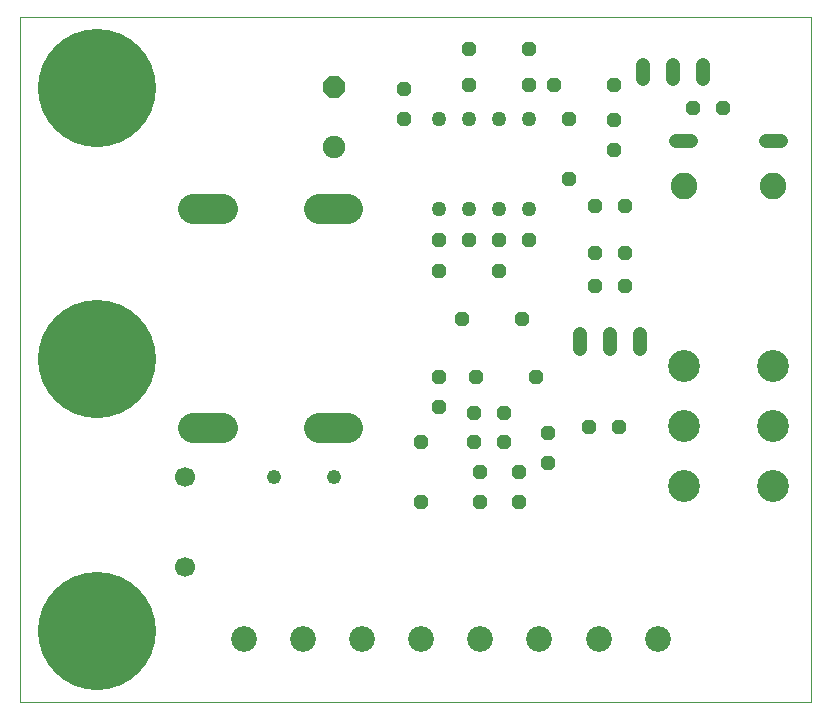
<source format=gbs>
G04 EAGLE Gerber RS-274X export*
G75*
%MOMM*%
%FSLAX34Y34*%
%LPD*%
%INStop Mask Bottom*%
%IPPOS*%
%AMOC8*
5,1,8,0,0,1.08239X$1,22.5*%
G01*
%ADD10C,0.000000*%
%ADD11C,10.000000*%
%ADD12C,5.000000*%
%ADD13C,1.700000*%
%ADD14C,1.219200*%
%ADD15P,1.319650X8X202.500000*%
%ADD16C,1.270000*%
%ADD17P,1.319650X8X292.500000*%
%ADD18P,1.319650X8X22.500000*%
%ADD19P,1.319650X8X112.500000*%
%ADD20C,1.905000*%
%ADD21P,2.061953X8X112.500000*%
%ADD22C,2.184400*%
%ADD23C,2.500000*%
%ADD24C,1.650000*%
%ADD25C,1.219200*%
%ADD26C,2.700000*%
%ADD27C,2.250000*%


D10*
X0Y0D02*
X670000Y0D01*
X670000Y580000D01*
X0Y580000D01*
X0Y0D01*
D11*
X65000Y520000D03*
D10*
X40000Y520000D02*
X40008Y520614D01*
X40030Y521227D01*
X40068Y521839D01*
X40120Y522450D01*
X40188Y523060D01*
X40271Y523668D01*
X40368Y524274D01*
X40480Y524877D01*
X40607Y525478D01*
X40749Y526075D01*
X40906Y526668D01*
X41076Y527257D01*
X41262Y527842D01*
X41461Y528422D01*
X41675Y528997D01*
X41903Y529567D01*
X42145Y530131D01*
X42400Y530689D01*
X42669Y531240D01*
X42952Y531785D01*
X43248Y532322D01*
X43557Y532853D01*
X43879Y533375D01*
X44213Y533889D01*
X44560Y534395D01*
X44920Y534892D01*
X45291Y535381D01*
X45675Y535860D01*
X46070Y536329D01*
X46476Y536789D01*
X46894Y537239D01*
X47322Y537678D01*
X47761Y538106D01*
X48211Y538524D01*
X48671Y538930D01*
X49140Y539325D01*
X49619Y539709D01*
X50108Y540080D01*
X50605Y540440D01*
X51111Y540787D01*
X51625Y541121D01*
X52147Y541443D01*
X52678Y541752D01*
X53215Y542048D01*
X53760Y542331D01*
X54311Y542600D01*
X54869Y542855D01*
X55433Y543097D01*
X56003Y543325D01*
X56578Y543539D01*
X57158Y543738D01*
X57743Y543924D01*
X58332Y544094D01*
X58925Y544251D01*
X59522Y544393D01*
X60123Y544520D01*
X60726Y544632D01*
X61332Y544729D01*
X61940Y544812D01*
X62550Y544880D01*
X63161Y544932D01*
X63773Y544970D01*
X64386Y544992D01*
X65000Y545000D01*
X65614Y544992D01*
X66227Y544970D01*
X66839Y544932D01*
X67450Y544880D01*
X68060Y544812D01*
X68668Y544729D01*
X69274Y544632D01*
X69877Y544520D01*
X70478Y544393D01*
X71075Y544251D01*
X71668Y544094D01*
X72257Y543924D01*
X72842Y543738D01*
X73422Y543539D01*
X73997Y543325D01*
X74567Y543097D01*
X75131Y542855D01*
X75689Y542600D01*
X76240Y542331D01*
X76785Y542048D01*
X77322Y541752D01*
X77853Y541443D01*
X78375Y541121D01*
X78889Y540787D01*
X79395Y540440D01*
X79892Y540080D01*
X80381Y539709D01*
X80860Y539325D01*
X81329Y538930D01*
X81789Y538524D01*
X82239Y538106D01*
X82678Y537678D01*
X83106Y537239D01*
X83524Y536789D01*
X83930Y536329D01*
X84325Y535860D01*
X84709Y535381D01*
X85080Y534892D01*
X85440Y534395D01*
X85787Y533889D01*
X86121Y533375D01*
X86443Y532853D01*
X86752Y532322D01*
X87048Y531785D01*
X87331Y531240D01*
X87600Y530689D01*
X87855Y530131D01*
X88097Y529567D01*
X88325Y528997D01*
X88539Y528422D01*
X88738Y527842D01*
X88924Y527257D01*
X89094Y526668D01*
X89251Y526075D01*
X89393Y525478D01*
X89520Y524877D01*
X89632Y524274D01*
X89729Y523668D01*
X89812Y523060D01*
X89880Y522450D01*
X89932Y521839D01*
X89970Y521227D01*
X89992Y520614D01*
X90000Y520000D01*
X89992Y519386D01*
X89970Y518773D01*
X89932Y518161D01*
X89880Y517550D01*
X89812Y516940D01*
X89729Y516332D01*
X89632Y515726D01*
X89520Y515123D01*
X89393Y514522D01*
X89251Y513925D01*
X89094Y513332D01*
X88924Y512743D01*
X88738Y512158D01*
X88539Y511578D01*
X88325Y511003D01*
X88097Y510433D01*
X87855Y509869D01*
X87600Y509311D01*
X87331Y508760D01*
X87048Y508215D01*
X86752Y507678D01*
X86443Y507147D01*
X86121Y506625D01*
X85787Y506111D01*
X85440Y505605D01*
X85080Y505108D01*
X84709Y504619D01*
X84325Y504140D01*
X83930Y503671D01*
X83524Y503211D01*
X83106Y502761D01*
X82678Y502322D01*
X82239Y501894D01*
X81789Y501476D01*
X81329Y501070D01*
X80860Y500675D01*
X80381Y500291D01*
X79892Y499920D01*
X79395Y499560D01*
X78889Y499213D01*
X78375Y498879D01*
X77853Y498557D01*
X77322Y498248D01*
X76785Y497952D01*
X76240Y497669D01*
X75689Y497400D01*
X75131Y497145D01*
X74567Y496903D01*
X73997Y496675D01*
X73422Y496461D01*
X72842Y496262D01*
X72257Y496076D01*
X71668Y495906D01*
X71075Y495749D01*
X70478Y495607D01*
X69877Y495480D01*
X69274Y495368D01*
X68668Y495271D01*
X68060Y495188D01*
X67450Y495120D01*
X66839Y495068D01*
X66227Y495030D01*
X65614Y495008D01*
X65000Y495000D01*
X64386Y495008D01*
X63773Y495030D01*
X63161Y495068D01*
X62550Y495120D01*
X61940Y495188D01*
X61332Y495271D01*
X60726Y495368D01*
X60123Y495480D01*
X59522Y495607D01*
X58925Y495749D01*
X58332Y495906D01*
X57743Y496076D01*
X57158Y496262D01*
X56578Y496461D01*
X56003Y496675D01*
X55433Y496903D01*
X54869Y497145D01*
X54311Y497400D01*
X53760Y497669D01*
X53215Y497952D01*
X52678Y498248D01*
X52147Y498557D01*
X51625Y498879D01*
X51111Y499213D01*
X50605Y499560D01*
X50108Y499920D01*
X49619Y500291D01*
X49140Y500675D01*
X48671Y501070D01*
X48211Y501476D01*
X47761Y501894D01*
X47322Y502322D01*
X46894Y502761D01*
X46476Y503211D01*
X46070Y503671D01*
X45675Y504140D01*
X45291Y504619D01*
X44920Y505108D01*
X44560Y505605D01*
X44213Y506111D01*
X43879Y506625D01*
X43557Y507147D01*
X43248Y507678D01*
X42952Y508215D01*
X42669Y508760D01*
X42400Y509311D01*
X42145Y509869D01*
X41903Y510433D01*
X41675Y511003D01*
X41461Y511578D01*
X41262Y512158D01*
X41076Y512743D01*
X40906Y513332D01*
X40749Y513925D01*
X40607Y514522D01*
X40480Y515123D01*
X40368Y515726D01*
X40271Y516332D01*
X40188Y516940D01*
X40120Y517550D01*
X40068Y518161D01*
X40030Y518773D01*
X40008Y519386D01*
X40000Y520000D01*
D12*
X65000Y520000D03*
D11*
X65000Y290000D03*
D10*
X40000Y290000D02*
X40008Y290614D01*
X40030Y291227D01*
X40068Y291839D01*
X40120Y292450D01*
X40188Y293060D01*
X40271Y293668D01*
X40368Y294274D01*
X40480Y294877D01*
X40607Y295478D01*
X40749Y296075D01*
X40906Y296668D01*
X41076Y297257D01*
X41262Y297842D01*
X41461Y298422D01*
X41675Y298997D01*
X41903Y299567D01*
X42145Y300131D01*
X42400Y300689D01*
X42669Y301240D01*
X42952Y301785D01*
X43248Y302322D01*
X43557Y302853D01*
X43879Y303375D01*
X44213Y303889D01*
X44560Y304395D01*
X44920Y304892D01*
X45291Y305381D01*
X45675Y305860D01*
X46070Y306329D01*
X46476Y306789D01*
X46894Y307239D01*
X47322Y307678D01*
X47761Y308106D01*
X48211Y308524D01*
X48671Y308930D01*
X49140Y309325D01*
X49619Y309709D01*
X50108Y310080D01*
X50605Y310440D01*
X51111Y310787D01*
X51625Y311121D01*
X52147Y311443D01*
X52678Y311752D01*
X53215Y312048D01*
X53760Y312331D01*
X54311Y312600D01*
X54869Y312855D01*
X55433Y313097D01*
X56003Y313325D01*
X56578Y313539D01*
X57158Y313738D01*
X57743Y313924D01*
X58332Y314094D01*
X58925Y314251D01*
X59522Y314393D01*
X60123Y314520D01*
X60726Y314632D01*
X61332Y314729D01*
X61940Y314812D01*
X62550Y314880D01*
X63161Y314932D01*
X63773Y314970D01*
X64386Y314992D01*
X65000Y315000D01*
X65614Y314992D01*
X66227Y314970D01*
X66839Y314932D01*
X67450Y314880D01*
X68060Y314812D01*
X68668Y314729D01*
X69274Y314632D01*
X69877Y314520D01*
X70478Y314393D01*
X71075Y314251D01*
X71668Y314094D01*
X72257Y313924D01*
X72842Y313738D01*
X73422Y313539D01*
X73997Y313325D01*
X74567Y313097D01*
X75131Y312855D01*
X75689Y312600D01*
X76240Y312331D01*
X76785Y312048D01*
X77322Y311752D01*
X77853Y311443D01*
X78375Y311121D01*
X78889Y310787D01*
X79395Y310440D01*
X79892Y310080D01*
X80381Y309709D01*
X80860Y309325D01*
X81329Y308930D01*
X81789Y308524D01*
X82239Y308106D01*
X82678Y307678D01*
X83106Y307239D01*
X83524Y306789D01*
X83930Y306329D01*
X84325Y305860D01*
X84709Y305381D01*
X85080Y304892D01*
X85440Y304395D01*
X85787Y303889D01*
X86121Y303375D01*
X86443Y302853D01*
X86752Y302322D01*
X87048Y301785D01*
X87331Y301240D01*
X87600Y300689D01*
X87855Y300131D01*
X88097Y299567D01*
X88325Y298997D01*
X88539Y298422D01*
X88738Y297842D01*
X88924Y297257D01*
X89094Y296668D01*
X89251Y296075D01*
X89393Y295478D01*
X89520Y294877D01*
X89632Y294274D01*
X89729Y293668D01*
X89812Y293060D01*
X89880Y292450D01*
X89932Y291839D01*
X89970Y291227D01*
X89992Y290614D01*
X90000Y290000D01*
X89992Y289386D01*
X89970Y288773D01*
X89932Y288161D01*
X89880Y287550D01*
X89812Y286940D01*
X89729Y286332D01*
X89632Y285726D01*
X89520Y285123D01*
X89393Y284522D01*
X89251Y283925D01*
X89094Y283332D01*
X88924Y282743D01*
X88738Y282158D01*
X88539Y281578D01*
X88325Y281003D01*
X88097Y280433D01*
X87855Y279869D01*
X87600Y279311D01*
X87331Y278760D01*
X87048Y278215D01*
X86752Y277678D01*
X86443Y277147D01*
X86121Y276625D01*
X85787Y276111D01*
X85440Y275605D01*
X85080Y275108D01*
X84709Y274619D01*
X84325Y274140D01*
X83930Y273671D01*
X83524Y273211D01*
X83106Y272761D01*
X82678Y272322D01*
X82239Y271894D01*
X81789Y271476D01*
X81329Y271070D01*
X80860Y270675D01*
X80381Y270291D01*
X79892Y269920D01*
X79395Y269560D01*
X78889Y269213D01*
X78375Y268879D01*
X77853Y268557D01*
X77322Y268248D01*
X76785Y267952D01*
X76240Y267669D01*
X75689Y267400D01*
X75131Y267145D01*
X74567Y266903D01*
X73997Y266675D01*
X73422Y266461D01*
X72842Y266262D01*
X72257Y266076D01*
X71668Y265906D01*
X71075Y265749D01*
X70478Y265607D01*
X69877Y265480D01*
X69274Y265368D01*
X68668Y265271D01*
X68060Y265188D01*
X67450Y265120D01*
X66839Y265068D01*
X66227Y265030D01*
X65614Y265008D01*
X65000Y265000D01*
X64386Y265008D01*
X63773Y265030D01*
X63161Y265068D01*
X62550Y265120D01*
X61940Y265188D01*
X61332Y265271D01*
X60726Y265368D01*
X60123Y265480D01*
X59522Y265607D01*
X58925Y265749D01*
X58332Y265906D01*
X57743Y266076D01*
X57158Y266262D01*
X56578Y266461D01*
X56003Y266675D01*
X55433Y266903D01*
X54869Y267145D01*
X54311Y267400D01*
X53760Y267669D01*
X53215Y267952D01*
X52678Y268248D01*
X52147Y268557D01*
X51625Y268879D01*
X51111Y269213D01*
X50605Y269560D01*
X50108Y269920D01*
X49619Y270291D01*
X49140Y270675D01*
X48671Y271070D01*
X48211Y271476D01*
X47761Y271894D01*
X47322Y272322D01*
X46894Y272761D01*
X46476Y273211D01*
X46070Y273671D01*
X45675Y274140D01*
X45291Y274619D01*
X44920Y275108D01*
X44560Y275605D01*
X44213Y276111D01*
X43879Y276625D01*
X43557Y277147D01*
X43248Y277678D01*
X42952Y278215D01*
X42669Y278760D01*
X42400Y279311D01*
X42145Y279869D01*
X41903Y280433D01*
X41675Y281003D01*
X41461Y281578D01*
X41262Y282158D01*
X41076Y282743D01*
X40906Y283332D01*
X40749Y283925D01*
X40607Y284522D01*
X40480Y285123D01*
X40368Y285726D01*
X40271Y286332D01*
X40188Y286940D01*
X40120Y287550D01*
X40068Y288161D01*
X40030Y288773D01*
X40008Y289386D01*
X40000Y290000D01*
D12*
X65000Y290000D03*
D11*
X65000Y60000D03*
D10*
X40000Y60000D02*
X40008Y60614D01*
X40030Y61227D01*
X40068Y61839D01*
X40120Y62450D01*
X40188Y63060D01*
X40271Y63668D01*
X40368Y64274D01*
X40480Y64877D01*
X40607Y65478D01*
X40749Y66075D01*
X40906Y66668D01*
X41076Y67257D01*
X41262Y67842D01*
X41461Y68422D01*
X41675Y68997D01*
X41903Y69567D01*
X42145Y70131D01*
X42400Y70689D01*
X42669Y71240D01*
X42952Y71785D01*
X43248Y72322D01*
X43557Y72853D01*
X43879Y73375D01*
X44213Y73889D01*
X44560Y74395D01*
X44920Y74892D01*
X45291Y75381D01*
X45675Y75860D01*
X46070Y76329D01*
X46476Y76789D01*
X46894Y77239D01*
X47322Y77678D01*
X47761Y78106D01*
X48211Y78524D01*
X48671Y78930D01*
X49140Y79325D01*
X49619Y79709D01*
X50108Y80080D01*
X50605Y80440D01*
X51111Y80787D01*
X51625Y81121D01*
X52147Y81443D01*
X52678Y81752D01*
X53215Y82048D01*
X53760Y82331D01*
X54311Y82600D01*
X54869Y82855D01*
X55433Y83097D01*
X56003Y83325D01*
X56578Y83539D01*
X57158Y83738D01*
X57743Y83924D01*
X58332Y84094D01*
X58925Y84251D01*
X59522Y84393D01*
X60123Y84520D01*
X60726Y84632D01*
X61332Y84729D01*
X61940Y84812D01*
X62550Y84880D01*
X63161Y84932D01*
X63773Y84970D01*
X64386Y84992D01*
X65000Y85000D01*
X65614Y84992D01*
X66227Y84970D01*
X66839Y84932D01*
X67450Y84880D01*
X68060Y84812D01*
X68668Y84729D01*
X69274Y84632D01*
X69877Y84520D01*
X70478Y84393D01*
X71075Y84251D01*
X71668Y84094D01*
X72257Y83924D01*
X72842Y83738D01*
X73422Y83539D01*
X73997Y83325D01*
X74567Y83097D01*
X75131Y82855D01*
X75689Y82600D01*
X76240Y82331D01*
X76785Y82048D01*
X77322Y81752D01*
X77853Y81443D01*
X78375Y81121D01*
X78889Y80787D01*
X79395Y80440D01*
X79892Y80080D01*
X80381Y79709D01*
X80860Y79325D01*
X81329Y78930D01*
X81789Y78524D01*
X82239Y78106D01*
X82678Y77678D01*
X83106Y77239D01*
X83524Y76789D01*
X83930Y76329D01*
X84325Y75860D01*
X84709Y75381D01*
X85080Y74892D01*
X85440Y74395D01*
X85787Y73889D01*
X86121Y73375D01*
X86443Y72853D01*
X86752Y72322D01*
X87048Y71785D01*
X87331Y71240D01*
X87600Y70689D01*
X87855Y70131D01*
X88097Y69567D01*
X88325Y68997D01*
X88539Y68422D01*
X88738Y67842D01*
X88924Y67257D01*
X89094Y66668D01*
X89251Y66075D01*
X89393Y65478D01*
X89520Y64877D01*
X89632Y64274D01*
X89729Y63668D01*
X89812Y63060D01*
X89880Y62450D01*
X89932Y61839D01*
X89970Y61227D01*
X89992Y60614D01*
X90000Y60000D01*
X89992Y59386D01*
X89970Y58773D01*
X89932Y58161D01*
X89880Y57550D01*
X89812Y56940D01*
X89729Y56332D01*
X89632Y55726D01*
X89520Y55123D01*
X89393Y54522D01*
X89251Y53925D01*
X89094Y53332D01*
X88924Y52743D01*
X88738Y52158D01*
X88539Y51578D01*
X88325Y51003D01*
X88097Y50433D01*
X87855Y49869D01*
X87600Y49311D01*
X87331Y48760D01*
X87048Y48215D01*
X86752Y47678D01*
X86443Y47147D01*
X86121Y46625D01*
X85787Y46111D01*
X85440Y45605D01*
X85080Y45108D01*
X84709Y44619D01*
X84325Y44140D01*
X83930Y43671D01*
X83524Y43211D01*
X83106Y42761D01*
X82678Y42322D01*
X82239Y41894D01*
X81789Y41476D01*
X81329Y41070D01*
X80860Y40675D01*
X80381Y40291D01*
X79892Y39920D01*
X79395Y39560D01*
X78889Y39213D01*
X78375Y38879D01*
X77853Y38557D01*
X77322Y38248D01*
X76785Y37952D01*
X76240Y37669D01*
X75689Y37400D01*
X75131Y37145D01*
X74567Y36903D01*
X73997Y36675D01*
X73422Y36461D01*
X72842Y36262D01*
X72257Y36076D01*
X71668Y35906D01*
X71075Y35749D01*
X70478Y35607D01*
X69877Y35480D01*
X69274Y35368D01*
X68668Y35271D01*
X68060Y35188D01*
X67450Y35120D01*
X66839Y35068D01*
X66227Y35030D01*
X65614Y35008D01*
X65000Y35000D01*
X64386Y35008D01*
X63773Y35030D01*
X63161Y35068D01*
X62550Y35120D01*
X61940Y35188D01*
X61332Y35271D01*
X60726Y35368D01*
X60123Y35480D01*
X59522Y35607D01*
X58925Y35749D01*
X58332Y35906D01*
X57743Y36076D01*
X57158Y36262D01*
X56578Y36461D01*
X56003Y36675D01*
X55433Y36903D01*
X54869Y37145D01*
X54311Y37400D01*
X53760Y37669D01*
X53215Y37952D01*
X52678Y38248D01*
X52147Y38557D01*
X51625Y38879D01*
X51111Y39213D01*
X50605Y39560D01*
X50108Y39920D01*
X49619Y40291D01*
X49140Y40675D01*
X48671Y41070D01*
X48211Y41476D01*
X47761Y41894D01*
X47322Y42322D01*
X46894Y42761D01*
X46476Y43211D01*
X46070Y43671D01*
X45675Y44140D01*
X45291Y44619D01*
X44920Y45108D01*
X44560Y45605D01*
X44213Y46111D01*
X43879Y46625D01*
X43557Y47147D01*
X43248Y47678D01*
X42952Y48215D01*
X42669Y48760D01*
X42400Y49311D01*
X42145Y49869D01*
X41903Y50433D01*
X41675Y51003D01*
X41461Y51578D01*
X41262Y52158D01*
X41076Y52743D01*
X40906Y53332D01*
X40749Y53925D01*
X40607Y54522D01*
X40480Y55123D01*
X40368Y55726D01*
X40271Y56332D01*
X40188Y56940D01*
X40120Y57550D01*
X40068Y58161D01*
X40030Y58773D01*
X40008Y59386D01*
X40000Y60000D01*
D12*
X65000Y60000D03*
D13*
X140000Y190000D03*
X140000Y113800D03*
D14*
X555904Y475000D02*
X568096Y475000D01*
X632104Y475000D02*
X644296Y475000D01*
D15*
X410200Y220400D03*
X384800Y220400D03*
D16*
X355000Y416900D03*
X380400Y416900D03*
X380400Y493100D03*
X355000Y493100D03*
X405800Y416900D03*
X431200Y416900D03*
X405800Y493100D03*
X431200Y493100D03*
D14*
X527300Y527404D02*
X527300Y539596D01*
X578100Y539596D02*
X578100Y527404D01*
X552700Y527404D02*
X552700Y539596D01*
X474600Y311096D02*
X474600Y298904D01*
X525400Y298904D02*
X525400Y311096D01*
X500000Y311096D02*
X500000Y298904D01*
D17*
X340000Y220400D03*
X340000Y169600D03*
D15*
X436900Y275000D03*
X386100Y275000D03*
X424900Y324000D03*
X374100Y324000D03*
D17*
X355000Y275200D03*
X355000Y249800D03*
D15*
X405800Y365100D03*
X355000Y365100D03*
D18*
X355000Y391000D03*
X380400Y391000D03*
D19*
X503100Y467300D03*
X503100Y492700D03*
D15*
X431200Y391000D03*
X405800Y391000D03*
D18*
X384800Y244400D03*
X410200Y244400D03*
X452300Y522500D03*
X503100Y522500D03*
X380400Y522500D03*
X431200Y522500D03*
D19*
X465000Y442300D03*
X465000Y493100D03*
D18*
X380400Y552500D03*
X431200Y552500D03*
D19*
X325000Y493100D03*
X325000Y518500D03*
D15*
X512700Y380000D03*
X487300Y380000D03*
D18*
X487300Y352500D03*
X512700Y352500D03*
X482300Y232500D03*
X507700Y232500D03*
X569800Y502500D03*
X595200Y502500D03*
D15*
X512700Y420000D03*
X487300Y420000D03*
D20*
X265840Y470000D03*
D21*
X265840Y520800D03*
D22*
X290000Y53000D03*
X340000Y53000D03*
X490000Y53000D03*
X540000Y53000D03*
X390000Y53000D03*
X440000Y53000D03*
X190000Y53000D03*
X240000Y53000D03*
D23*
X171860Y232290D02*
X146860Y232290D01*
X253140Y232290D02*
X278140Y232290D01*
X278140Y417710D02*
X253140Y417710D01*
X171860Y417710D02*
X146860Y417710D01*
D24*
X278540Y232290D03*
X146460Y232290D03*
X146460Y417710D03*
X278540Y417710D03*
D25*
X265840Y190000D03*
X215040Y190000D03*
D26*
X638000Y284600D03*
D27*
X638000Y437000D03*
D26*
X638000Y233800D03*
X638000Y183000D03*
D27*
X562000Y437000D03*
D26*
X562000Y284600D03*
X562000Y233800D03*
X562000Y183000D03*
D19*
X447500Y202300D03*
X447500Y227700D03*
D17*
X422500Y169300D03*
X422500Y194700D03*
D19*
X390000Y169300D03*
X390000Y194700D03*
M02*

</source>
